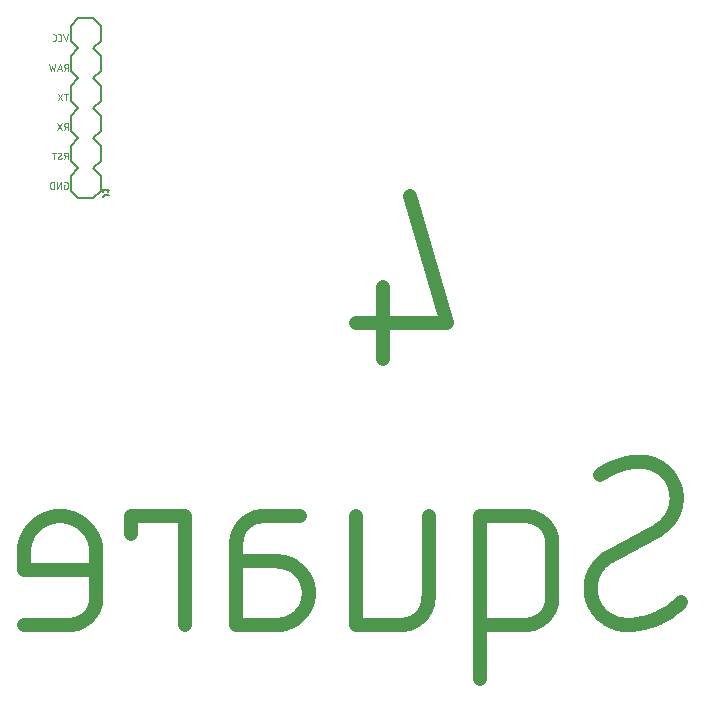
<source format=gbr>
G04 EAGLE Gerber X2 export*
%TF.Part,Single*%
%TF.FileFunction,Legend,Bot,1*%
%TF.FilePolarity,Positive*%
%TF.GenerationSoftware,Autodesk,EAGLE,9.1.2*%
%TF.CreationDate,2018-09-23T16:06:25Z*%
G75*
%MOMM*%
%FSLAX34Y34*%
%LPD*%
%AMOC8*
5,1,8,0,0,1.08239X$1,22.5*%
G01*
%ADD10C,0.050800*%
%ADD11C,1.193800*%
%ADD12C,0.203200*%
%ADD13C,0.127000*%


D10*
X272573Y608358D02*
X271642Y608358D01*
X271642Y605254D01*
X273504Y605254D01*
X273574Y605256D01*
X273643Y605262D01*
X273712Y605272D01*
X273780Y605285D01*
X273848Y605303D01*
X273914Y605324D01*
X273979Y605349D01*
X274043Y605377D01*
X274105Y605409D01*
X274165Y605444D01*
X274223Y605483D01*
X274278Y605525D01*
X274332Y605570D01*
X274382Y605618D01*
X274430Y605668D01*
X274475Y605722D01*
X274517Y605777D01*
X274556Y605835D01*
X274591Y605895D01*
X274623Y605957D01*
X274651Y606021D01*
X274676Y606086D01*
X274697Y606152D01*
X274715Y606220D01*
X274728Y606288D01*
X274738Y606357D01*
X274744Y606426D01*
X274746Y606496D01*
X274746Y609600D01*
X274744Y609670D01*
X274738Y609739D01*
X274728Y609808D01*
X274715Y609876D01*
X274697Y609944D01*
X274676Y610010D01*
X274651Y610075D01*
X274623Y610139D01*
X274591Y610201D01*
X274556Y610261D01*
X274517Y610319D01*
X274475Y610374D01*
X274430Y610428D01*
X274382Y610478D01*
X274332Y610526D01*
X274278Y610571D01*
X274223Y610613D01*
X274165Y610652D01*
X274105Y610687D01*
X274043Y610719D01*
X273979Y610747D01*
X273914Y610772D01*
X273848Y610793D01*
X273780Y610811D01*
X273712Y610824D01*
X273643Y610834D01*
X273574Y610840D01*
X273504Y610842D01*
X271642Y610842D01*
X268894Y610842D02*
X268894Y605254D01*
X265789Y605254D02*
X268894Y610842D01*
X265789Y610842D02*
X265789Y605254D01*
X263042Y605254D02*
X263042Y610842D01*
X261490Y610842D01*
X261414Y610840D01*
X261338Y610835D01*
X261262Y610825D01*
X261187Y610812D01*
X261113Y610795D01*
X261039Y610775D01*
X260967Y610751D01*
X260896Y610724D01*
X260826Y610693D01*
X260758Y610659D01*
X260692Y610621D01*
X260628Y610580D01*
X260565Y610537D01*
X260505Y610490D01*
X260448Y610440D01*
X260393Y610387D01*
X260340Y610332D01*
X260290Y610275D01*
X260243Y610215D01*
X260200Y610152D01*
X260159Y610088D01*
X260121Y610022D01*
X260087Y609954D01*
X260056Y609884D01*
X260029Y609813D01*
X260005Y609741D01*
X259985Y609667D01*
X259968Y609593D01*
X259955Y609518D01*
X259945Y609442D01*
X259940Y609366D01*
X259938Y609290D01*
X259937Y609290D02*
X259937Y606806D01*
X259938Y606806D02*
X259940Y606730D01*
X259945Y606654D01*
X259955Y606578D01*
X259968Y606503D01*
X259985Y606429D01*
X260005Y606355D01*
X260029Y606283D01*
X260056Y606212D01*
X260087Y606142D01*
X260121Y606074D01*
X260159Y606008D01*
X260200Y605944D01*
X260243Y605881D01*
X260290Y605821D01*
X260340Y605764D01*
X260393Y605709D01*
X260448Y605656D01*
X260505Y605606D01*
X260565Y605559D01*
X260628Y605516D01*
X260692Y605475D01*
X260758Y605437D01*
X260826Y605403D01*
X260896Y605372D01*
X260967Y605345D01*
X261039Y605321D01*
X261113Y605301D01*
X261187Y605284D01*
X261262Y605271D01*
X261338Y605261D01*
X261414Y605256D01*
X261490Y605254D01*
X263042Y605254D01*
X274746Y630254D02*
X274746Y635842D01*
X273194Y635842D01*
X273117Y635840D01*
X273039Y635834D01*
X272963Y635825D01*
X272886Y635811D01*
X272811Y635794D01*
X272737Y635773D01*
X272663Y635748D01*
X272591Y635720D01*
X272521Y635688D01*
X272452Y635653D01*
X272385Y635614D01*
X272320Y635572D01*
X272257Y635527D01*
X272196Y635479D01*
X272138Y635428D01*
X272083Y635374D01*
X272030Y635317D01*
X271981Y635258D01*
X271934Y635196D01*
X271890Y635132D01*
X271850Y635066D01*
X271813Y634998D01*
X271779Y634928D01*
X271749Y634857D01*
X271723Y634784D01*
X271700Y634710D01*
X271681Y634635D01*
X271666Y634560D01*
X271654Y634483D01*
X271646Y634406D01*
X271642Y634329D01*
X271642Y634251D01*
X271646Y634174D01*
X271654Y634097D01*
X271666Y634020D01*
X271681Y633945D01*
X271700Y633870D01*
X271723Y633796D01*
X271749Y633723D01*
X271779Y633652D01*
X271813Y633582D01*
X271850Y633514D01*
X271890Y633448D01*
X271934Y633384D01*
X271981Y633322D01*
X272030Y633263D01*
X272083Y633206D01*
X272138Y633152D01*
X272196Y633101D01*
X272257Y633053D01*
X272320Y633008D01*
X272385Y632966D01*
X272452Y632927D01*
X272521Y632892D01*
X272591Y632860D01*
X272663Y632832D01*
X272737Y632807D01*
X272811Y632786D01*
X272886Y632769D01*
X272963Y632755D01*
X273039Y632746D01*
X273117Y632740D01*
X273194Y632738D01*
X274746Y632738D01*
X272883Y632738D02*
X271642Y630254D01*
X267616Y630254D02*
X267546Y630256D01*
X267477Y630262D01*
X267408Y630272D01*
X267340Y630285D01*
X267272Y630303D01*
X267206Y630324D01*
X267141Y630349D01*
X267077Y630377D01*
X267015Y630409D01*
X266955Y630444D01*
X266897Y630483D01*
X266842Y630525D01*
X266788Y630570D01*
X266738Y630618D01*
X266690Y630668D01*
X266645Y630722D01*
X266603Y630777D01*
X266564Y630835D01*
X266529Y630895D01*
X266497Y630957D01*
X266469Y631021D01*
X266444Y631086D01*
X266423Y631152D01*
X266405Y631220D01*
X266392Y631288D01*
X266382Y631357D01*
X266376Y631426D01*
X266374Y631496D01*
X267616Y630254D02*
X267715Y630256D01*
X267813Y630261D01*
X267911Y630271D01*
X268009Y630284D01*
X268106Y630300D01*
X268203Y630320D01*
X268298Y630344D01*
X268393Y630372D01*
X268487Y630403D01*
X268579Y630437D01*
X268670Y630475D01*
X268760Y630516D01*
X268848Y630561D01*
X268934Y630609D01*
X269018Y630660D01*
X269100Y630714D01*
X269181Y630772D01*
X269259Y630832D01*
X269334Y630895D01*
X269408Y630961D01*
X269478Y631030D01*
X269324Y634600D02*
X269322Y634670D01*
X269316Y634739D01*
X269306Y634808D01*
X269293Y634876D01*
X269275Y634944D01*
X269254Y635010D01*
X269229Y635075D01*
X269201Y635139D01*
X269169Y635201D01*
X269134Y635261D01*
X269095Y635319D01*
X269053Y635374D01*
X269008Y635428D01*
X268960Y635478D01*
X268910Y635526D01*
X268856Y635571D01*
X268801Y635613D01*
X268743Y635652D01*
X268683Y635687D01*
X268621Y635719D01*
X268557Y635747D01*
X268492Y635772D01*
X268426Y635793D01*
X268358Y635811D01*
X268290Y635824D01*
X268221Y635834D01*
X268152Y635840D01*
X268082Y635842D01*
X267988Y635840D01*
X267895Y635834D01*
X267802Y635825D01*
X267709Y635812D01*
X267617Y635795D01*
X267526Y635775D01*
X267435Y635750D01*
X267346Y635723D01*
X267258Y635691D01*
X267171Y635656D01*
X267085Y635618D01*
X267002Y635576D01*
X266919Y635531D01*
X266839Y635483D01*
X266761Y635431D01*
X266685Y635376D01*
X268702Y633514D02*
X268761Y633550D01*
X268817Y633590D01*
X268871Y633633D01*
X268923Y633678D01*
X268972Y633727D01*
X269018Y633778D01*
X269061Y633831D01*
X269102Y633887D01*
X269139Y633945D01*
X269174Y634005D01*
X269204Y634066D01*
X269232Y634129D01*
X269256Y634194D01*
X269276Y634260D01*
X269293Y634327D01*
X269306Y634394D01*
X269315Y634462D01*
X269321Y634531D01*
X269323Y634600D01*
X266995Y632582D02*
X266936Y632546D01*
X266880Y632506D01*
X266826Y632463D01*
X266774Y632418D01*
X266725Y632369D01*
X266679Y632318D01*
X266636Y632265D01*
X266595Y632209D01*
X266558Y632151D01*
X266523Y632092D01*
X266493Y632030D01*
X266465Y631967D01*
X266441Y631902D01*
X266421Y631836D01*
X266404Y631769D01*
X266391Y631702D01*
X266382Y631634D01*
X266376Y631565D01*
X266374Y631496D01*
X266995Y632582D02*
X268703Y633514D01*
X262989Y635842D02*
X262989Y630254D01*
X264541Y635842D02*
X261436Y635842D01*
X274746Y655254D02*
X274746Y660842D01*
X273194Y660842D01*
X273117Y660840D01*
X273039Y660834D01*
X272963Y660825D01*
X272886Y660811D01*
X272811Y660794D01*
X272737Y660773D01*
X272663Y660748D01*
X272591Y660720D01*
X272521Y660688D01*
X272452Y660653D01*
X272385Y660614D01*
X272320Y660572D01*
X272257Y660527D01*
X272196Y660479D01*
X272138Y660428D01*
X272083Y660374D01*
X272030Y660317D01*
X271981Y660258D01*
X271934Y660196D01*
X271890Y660132D01*
X271850Y660066D01*
X271813Y659998D01*
X271779Y659928D01*
X271749Y659857D01*
X271723Y659784D01*
X271700Y659710D01*
X271681Y659635D01*
X271666Y659560D01*
X271654Y659483D01*
X271646Y659406D01*
X271642Y659329D01*
X271642Y659251D01*
X271646Y659174D01*
X271654Y659097D01*
X271666Y659020D01*
X271681Y658945D01*
X271700Y658870D01*
X271723Y658796D01*
X271749Y658723D01*
X271779Y658652D01*
X271813Y658582D01*
X271850Y658514D01*
X271890Y658448D01*
X271934Y658384D01*
X271981Y658322D01*
X272030Y658263D01*
X272083Y658206D01*
X272138Y658152D01*
X272196Y658101D01*
X272257Y658053D01*
X272320Y658008D01*
X272385Y657966D01*
X272452Y657927D01*
X272521Y657892D01*
X272591Y657860D01*
X272663Y657832D01*
X272737Y657807D01*
X272811Y657786D01*
X272886Y657769D01*
X272963Y657755D01*
X273039Y657746D01*
X273117Y657740D01*
X273194Y657738D01*
X274746Y657738D01*
X272883Y657738D02*
X271642Y655254D01*
X269606Y655254D02*
X265881Y660842D01*
X269606Y660842D02*
X265881Y655254D01*
X273194Y680254D02*
X273194Y685842D01*
X274746Y685842D02*
X271642Y685842D01*
X266211Y685842D02*
X269936Y680254D01*
X266211Y680254D02*
X269936Y685842D01*
X274746Y705254D02*
X274746Y710842D01*
X273194Y710842D01*
X273117Y710840D01*
X273039Y710834D01*
X272963Y710825D01*
X272886Y710811D01*
X272811Y710794D01*
X272737Y710773D01*
X272663Y710748D01*
X272591Y710720D01*
X272521Y710688D01*
X272452Y710653D01*
X272385Y710614D01*
X272320Y710572D01*
X272257Y710527D01*
X272196Y710479D01*
X272138Y710428D01*
X272083Y710374D01*
X272030Y710317D01*
X271981Y710258D01*
X271934Y710196D01*
X271890Y710132D01*
X271850Y710066D01*
X271813Y709998D01*
X271779Y709928D01*
X271749Y709857D01*
X271723Y709784D01*
X271700Y709710D01*
X271681Y709635D01*
X271666Y709560D01*
X271654Y709483D01*
X271646Y709406D01*
X271642Y709329D01*
X271642Y709251D01*
X271646Y709174D01*
X271654Y709097D01*
X271666Y709020D01*
X271681Y708945D01*
X271700Y708870D01*
X271723Y708796D01*
X271749Y708723D01*
X271779Y708652D01*
X271813Y708582D01*
X271850Y708514D01*
X271890Y708448D01*
X271934Y708384D01*
X271981Y708322D01*
X272030Y708263D01*
X272083Y708206D01*
X272138Y708152D01*
X272196Y708101D01*
X272257Y708053D01*
X272320Y708008D01*
X272385Y707966D01*
X272452Y707927D01*
X272521Y707892D01*
X272591Y707860D01*
X272663Y707832D01*
X272737Y707807D01*
X272811Y707786D01*
X272886Y707769D01*
X272963Y707755D01*
X273039Y707746D01*
X273117Y707740D01*
X273194Y707738D01*
X274746Y707738D01*
X272883Y707738D02*
X271642Y705254D01*
X269606Y705254D02*
X267744Y710842D01*
X265881Y705254D01*
X266347Y706651D02*
X269141Y706651D01*
X262767Y705254D02*
X264009Y710842D01*
X261526Y708979D02*
X262767Y705254D01*
X260284Y705254D02*
X261526Y708979D01*
X259042Y710842D02*
X260284Y705254D01*
X272883Y730254D02*
X274746Y735842D01*
X271021Y735842D02*
X272883Y730254D01*
X267724Y730254D02*
X266482Y730254D01*
X267724Y730254D02*
X267794Y730256D01*
X267863Y730262D01*
X267932Y730272D01*
X268000Y730285D01*
X268068Y730303D01*
X268134Y730324D01*
X268199Y730349D01*
X268263Y730377D01*
X268325Y730409D01*
X268385Y730444D01*
X268443Y730483D01*
X268498Y730525D01*
X268552Y730570D01*
X268602Y730618D01*
X268650Y730668D01*
X268695Y730722D01*
X268737Y730777D01*
X268776Y730835D01*
X268811Y730895D01*
X268843Y730957D01*
X268871Y731021D01*
X268896Y731086D01*
X268917Y731152D01*
X268935Y731220D01*
X268948Y731288D01*
X268958Y731357D01*
X268964Y731426D01*
X268966Y731496D01*
X268965Y731496D02*
X268965Y734600D01*
X268966Y734600D02*
X268964Y734670D01*
X268958Y734739D01*
X268948Y734808D01*
X268935Y734876D01*
X268917Y734944D01*
X268896Y735010D01*
X268871Y735075D01*
X268843Y735139D01*
X268811Y735201D01*
X268776Y735261D01*
X268737Y735319D01*
X268695Y735374D01*
X268650Y735428D01*
X268602Y735478D01*
X268552Y735526D01*
X268498Y735571D01*
X268443Y735613D01*
X268385Y735652D01*
X268325Y735687D01*
X268263Y735719D01*
X268199Y735747D01*
X268134Y735772D01*
X268068Y735793D01*
X268000Y735811D01*
X267932Y735824D01*
X267863Y735834D01*
X267794Y735840D01*
X267724Y735842D01*
X266482Y735842D01*
X263152Y730254D02*
X261910Y730254D01*
X263152Y730254D02*
X263222Y730256D01*
X263291Y730262D01*
X263360Y730272D01*
X263428Y730285D01*
X263496Y730303D01*
X263562Y730324D01*
X263627Y730349D01*
X263691Y730377D01*
X263753Y730409D01*
X263813Y730444D01*
X263871Y730483D01*
X263926Y730525D01*
X263980Y730570D01*
X264030Y730618D01*
X264078Y730668D01*
X264123Y730722D01*
X264165Y730777D01*
X264204Y730835D01*
X264239Y730895D01*
X264271Y730957D01*
X264299Y731021D01*
X264324Y731086D01*
X264345Y731152D01*
X264363Y731220D01*
X264376Y731288D01*
X264386Y731357D01*
X264392Y731426D01*
X264394Y731496D01*
X264394Y734600D01*
X264392Y734670D01*
X264386Y734739D01*
X264376Y734808D01*
X264363Y734876D01*
X264345Y734944D01*
X264324Y735010D01*
X264299Y735075D01*
X264271Y735139D01*
X264239Y735201D01*
X264204Y735261D01*
X264165Y735319D01*
X264123Y735374D01*
X264078Y735428D01*
X264030Y735478D01*
X263980Y735526D01*
X263926Y735571D01*
X263871Y735613D01*
X263813Y735652D01*
X263753Y735687D01*
X263691Y735719D01*
X263627Y735747D01*
X263562Y735772D01*
X263496Y735793D01*
X263428Y735811D01*
X263360Y735824D01*
X263291Y735834D01*
X263222Y735840D01*
X263152Y735842D01*
X261910Y735842D01*
D11*
X564771Y599031D02*
X595451Y491649D01*
X518750Y491649D01*
X541760Y522330D02*
X541760Y460969D01*
X717330Y266649D02*
X717339Y265908D01*
X717366Y265167D01*
X717411Y264427D01*
X717473Y263688D01*
X717554Y262951D01*
X717652Y262216D01*
X717768Y261484D01*
X717902Y260755D01*
X718053Y260029D01*
X718222Y259307D01*
X718408Y258589D01*
X718611Y257876D01*
X718832Y257168D01*
X719069Y256466D01*
X719324Y255770D01*
X719595Y255080D01*
X719883Y254396D01*
X720187Y253720D01*
X720508Y253052D01*
X720844Y252391D01*
X721197Y251739D01*
X721565Y251095D01*
X721948Y250461D01*
X722347Y249836D01*
X722761Y249221D01*
X723189Y248616D01*
X723632Y248021D01*
X724090Y247438D01*
X724561Y246865D01*
X725046Y246304D01*
X725544Y245755D01*
X726055Y245219D01*
X726580Y244694D01*
X727116Y244183D01*
X727665Y243685D01*
X728226Y243200D01*
X728799Y242729D01*
X729382Y242271D01*
X729977Y241828D01*
X730582Y241400D01*
X731197Y240986D01*
X731822Y240587D01*
X732456Y240204D01*
X733100Y239836D01*
X733752Y239483D01*
X734413Y239147D01*
X735081Y238826D01*
X735757Y238522D01*
X736441Y238234D01*
X737131Y237963D01*
X737827Y237708D01*
X738529Y237471D01*
X739237Y237250D01*
X739950Y237047D01*
X740668Y236861D01*
X741390Y236692D01*
X742116Y236541D01*
X742845Y236407D01*
X743577Y236291D01*
X744312Y236193D01*
X745049Y236112D01*
X745788Y236050D01*
X746528Y236005D01*
X747269Y235978D01*
X748010Y235969D01*
X749561Y235988D01*
X751110Y236043D01*
X752658Y236136D01*
X754203Y236266D01*
X755745Y236432D01*
X757283Y236636D01*
X758814Y236876D01*
X760340Y237153D01*
X761859Y237466D01*
X763370Y237815D01*
X764872Y238201D01*
X766364Y238622D01*
X767846Y239079D01*
X769317Y239571D01*
X770775Y240099D01*
X772220Y240661D01*
X773652Y241257D01*
X775068Y241888D01*
X776470Y242552D01*
X777855Y243249D01*
X779222Y243980D01*
X780572Y244743D01*
X781904Y245538D01*
X783216Y246365D01*
X784508Y247222D01*
X785778Y248111D01*
X787028Y249030D01*
X788255Y249978D01*
X789459Y250955D01*
X790639Y251961D01*
X791795Y252995D01*
X792925Y254056D01*
X794030Y255144D01*
X790196Y343351D02*
X790187Y344092D01*
X790160Y344833D01*
X790115Y345573D01*
X790053Y346312D01*
X789972Y347049D01*
X789874Y347784D01*
X789758Y348516D01*
X789624Y349245D01*
X789473Y349971D01*
X789304Y350693D01*
X789118Y351411D01*
X788915Y352124D01*
X788694Y352832D01*
X788457Y353534D01*
X788202Y354230D01*
X787931Y354920D01*
X787643Y355604D01*
X787339Y356280D01*
X787018Y356948D01*
X786682Y357609D01*
X786329Y358261D01*
X785961Y358905D01*
X785578Y359539D01*
X785179Y360164D01*
X784765Y360779D01*
X784337Y361384D01*
X783894Y361979D01*
X783436Y362562D01*
X782965Y363135D01*
X782480Y363696D01*
X781982Y364245D01*
X781471Y364781D01*
X780946Y365306D01*
X780410Y365817D01*
X779861Y366315D01*
X779300Y366800D01*
X778727Y367271D01*
X778144Y367729D01*
X777549Y368172D01*
X776944Y368600D01*
X776329Y369014D01*
X775704Y369413D01*
X775070Y369796D01*
X774426Y370164D01*
X773774Y370517D01*
X773113Y370853D01*
X772445Y371174D01*
X771769Y371478D01*
X771085Y371766D01*
X770395Y372037D01*
X769699Y372292D01*
X768997Y372529D01*
X768289Y372750D01*
X767576Y372953D01*
X766858Y373139D01*
X766136Y373308D01*
X765410Y373459D01*
X764681Y373593D01*
X763949Y373709D01*
X763214Y373807D01*
X762477Y373888D01*
X761738Y373950D01*
X760998Y373995D01*
X760257Y374022D01*
X759516Y374031D01*
X758145Y374015D01*
X756775Y373966D01*
X755406Y373884D01*
X754040Y373770D01*
X752677Y373623D01*
X751318Y373444D01*
X749963Y373232D01*
X748614Y372989D01*
X747271Y372713D01*
X745935Y372405D01*
X744607Y372065D01*
X743287Y371694D01*
X741976Y371292D01*
X740676Y370858D01*
X739386Y370394D01*
X738107Y369899D01*
X736841Y369373D01*
X735587Y368818D01*
X734347Y368233D01*
X733122Y367618D01*
X731911Y366975D01*
X730716Y366303D01*
X729538Y365602D01*
X728376Y364874D01*
X727232Y364118D01*
X726107Y363335D01*
X725000Y362526D01*
X774856Y316505D02*
X775499Y316895D01*
X776133Y317300D01*
X776757Y317721D01*
X777371Y318156D01*
X777974Y318606D01*
X778566Y319071D01*
X779146Y319549D01*
X779715Y320042D01*
X780272Y320548D01*
X780816Y321067D01*
X781348Y321599D01*
X781866Y322145D01*
X782372Y322702D01*
X782864Y323271D01*
X783341Y323853D01*
X783805Y324445D01*
X784254Y325049D01*
X784689Y325663D01*
X785109Y326287D01*
X785513Y326922D01*
X785902Y327566D01*
X786275Y328219D01*
X786633Y328881D01*
X786974Y329552D01*
X787299Y330230D01*
X787607Y330916D01*
X787899Y331610D01*
X788174Y332310D01*
X788432Y333017D01*
X788673Y333730D01*
X788897Y334448D01*
X789103Y335172D01*
X789292Y335900D01*
X789463Y336633D01*
X789616Y337369D01*
X789752Y338109D01*
X789870Y338852D01*
X789969Y339598D01*
X790051Y340346D01*
X790114Y341096D01*
X790160Y341847D01*
X790187Y342599D01*
X790196Y343351D01*
X732670Y293495D02*
X732027Y293105D01*
X731393Y292700D01*
X730769Y292279D01*
X730155Y291844D01*
X729552Y291394D01*
X728960Y290929D01*
X728380Y290451D01*
X727811Y289958D01*
X727254Y289452D01*
X726710Y288933D01*
X726178Y288401D01*
X725660Y287855D01*
X725154Y287298D01*
X724662Y286729D01*
X724185Y286147D01*
X723721Y285555D01*
X723272Y284951D01*
X722837Y284337D01*
X722418Y283713D01*
X722013Y283078D01*
X721624Y282434D01*
X721251Y281781D01*
X720893Y281119D01*
X720552Y280448D01*
X720227Y279770D01*
X719919Y279084D01*
X719627Y278390D01*
X719352Y277690D01*
X719094Y276983D01*
X718853Y276270D01*
X718629Y275552D01*
X718423Y274828D01*
X718234Y274100D01*
X718063Y273367D01*
X717910Y272631D01*
X717774Y271891D01*
X717656Y271148D01*
X717557Y270402D01*
X717475Y269654D01*
X717412Y268904D01*
X717366Y268153D01*
X717339Y267401D01*
X717330Y266649D01*
X732670Y293495D02*
X774856Y316505D01*
X623653Y328010D02*
X623653Y189948D01*
X623653Y328010D02*
X662003Y328010D01*
X662559Y328003D01*
X663115Y327983D01*
X663670Y327950D01*
X664224Y327903D01*
X664777Y327842D01*
X665328Y327769D01*
X665877Y327682D01*
X666424Y327581D01*
X666968Y327468D01*
X667510Y327341D01*
X668048Y327202D01*
X668583Y327049D01*
X669113Y326884D01*
X669640Y326706D01*
X670162Y326515D01*
X670680Y326311D01*
X671192Y326095D01*
X671699Y325867D01*
X672201Y325627D01*
X672696Y325374D01*
X673185Y325110D01*
X673668Y324834D01*
X674144Y324546D01*
X674613Y324247D01*
X675074Y323937D01*
X675528Y323615D01*
X675974Y323283D01*
X676412Y322940D01*
X676841Y322587D01*
X677261Y322223D01*
X677673Y321850D01*
X678076Y321466D01*
X678469Y321073D01*
X678853Y320670D01*
X679226Y320258D01*
X679590Y319838D01*
X679943Y319409D01*
X680286Y318971D01*
X680618Y318525D01*
X680940Y318071D01*
X681250Y317610D01*
X681549Y317141D01*
X681837Y316665D01*
X682113Y316182D01*
X682377Y315693D01*
X682630Y315198D01*
X682870Y314696D01*
X683098Y314189D01*
X683314Y313677D01*
X683518Y313159D01*
X683709Y312637D01*
X683887Y312110D01*
X684052Y311580D01*
X684205Y311045D01*
X684344Y310507D01*
X684471Y309965D01*
X684584Y309421D01*
X684685Y308874D01*
X684772Y308325D01*
X684845Y307774D01*
X684906Y307221D01*
X684953Y306667D01*
X684986Y306112D01*
X685006Y305556D01*
X685013Y305000D01*
X685014Y305000D02*
X685014Y258979D01*
X685013Y258979D02*
X685006Y258423D01*
X684986Y257867D01*
X684953Y257312D01*
X684906Y256758D01*
X684845Y256205D01*
X684772Y255654D01*
X684685Y255105D01*
X684584Y254558D01*
X684471Y254014D01*
X684344Y253472D01*
X684205Y252934D01*
X684052Y252399D01*
X683887Y251869D01*
X683709Y251342D01*
X683518Y250820D01*
X683314Y250302D01*
X683098Y249790D01*
X682870Y249283D01*
X682630Y248781D01*
X682377Y248286D01*
X682113Y247797D01*
X681837Y247314D01*
X681549Y246838D01*
X681250Y246369D01*
X680940Y245908D01*
X680618Y245454D01*
X680286Y245008D01*
X679943Y244570D01*
X679590Y244141D01*
X679226Y243721D01*
X678853Y243309D01*
X678469Y242906D01*
X678076Y242513D01*
X677673Y242129D01*
X677261Y241756D01*
X676841Y241392D01*
X676412Y241039D01*
X675974Y240696D01*
X675528Y240364D01*
X675074Y240042D01*
X674613Y239732D01*
X674144Y239433D01*
X673668Y239145D01*
X673185Y238869D01*
X672696Y238605D01*
X672201Y238352D01*
X671699Y238112D01*
X671192Y237884D01*
X670680Y237668D01*
X670162Y237464D01*
X669640Y237273D01*
X669113Y237095D01*
X668583Y236930D01*
X668048Y236777D01*
X667510Y236638D01*
X666968Y236511D01*
X666424Y236398D01*
X665877Y236297D01*
X665328Y236210D01*
X664777Y236137D01*
X664224Y236076D01*
X663670Y236029D01*
X663115Y235996D01*
X662559Y235976D01*
X662003Y235969D01*
X623653Y235969D01*
X580111Y258979D02*
X580111Y328010D01*
X580111Y258979D02*
X580104Y258423D01*
X580084Y257867D01*
X580051Y257312D01*
X580004Y256758D01*
X579943Y256205D01*
X579870Y255654D01*
X579783Y255105D01*
X579682Y254558D01*
X579569Y254014D01*
X579442Y253472D01*
X579303Y252934D01*
X579150Y252399D01*
X578985Y251869D01*
X578807Y251342D01*
X578616Y250820D01*
X578412Y250302D01*
X578196Y249790D01*
X577968Y249283D01*
X577728Y248781D01*
X577475Y248286D01*
X577211Y247797D01*
X576935Y247314D01*
X576647Y246838D01*
X576348Y246369D01*
X576038Y245908D01*
X575716Y245454D01*
X575384Y245008D01*
X575041Y244570D01*
X574688Y244141D01*
X574324Y243721D01*
X573951Y243309D01*
X573567Y242906D01*
X573174Y242513D01*
X572771Y242129D01*
X572359Y241756D01*
X571939Y241392D01*
X571510Y241039D01*
X571072Y240696D01*
X570626Y240364D01*
X570172Y240042D01*
X569711Y239732D01*
X569242Y239433D01*
X568766Y239145D01*
X568283Y238869D01*
X567794Y238605D01*
X567299Y238352D01*
X566797Y238112D01*
X566290Y237884D01*
X565778Y237668D01*
X565260Y237464D01*
X564738Y237273D01*
X564211Y237095D01*
X563681Y236930D01*
X563146Y236777D01*
X562608Y236638D01*
X562066Y236511D01*
X561522Y236398D01*
X560975Y236297D01*
X560426Y236210D01*
X559875Y236137D01*
X559322Y236076D01*
X558768Y236029D01*
X558213Y235996D01*
X557657Y235976D01*
X557101Y235969D01*
X518750Y235969D01*
X518750Y328010D01*
X451918Y289660D02*
X417403Y289660D01*
X451918Y289659D02*
X452572Y289651D01*
X453225Y289627D01*
X453878Y289587D01*
X454529Y289532D01*
X455179Y289460D01*
X455827Y289373D01*
X456472Y289270D01*
X457115Y289151D01*
X457755Y289017D01*
X458391Y288867D01*
X459024Y288701D01*
X459652Y288521D01*
X460276Y288325D01*
X460894Y288114D01*
X461508Y287888D01*
X462116Y287647D01*
X462717Y287391D01*
X463313Y287121D01*
X463901Y286836D01*
X464482Y286537D01*
X465056Y286224D01*
X465623Y285897D01*
X466181Y285557D01*
X466730Y285203D01*
X467271Y284835D01*
X467803Y284455D01*
X468325Y284062D01*
X468837Y283656D01*
X469340Y283238D01*
X469832Y282807D01*
X470314Y282365D01*
X470784Y281911D01*
X471244Y281446D01*
X471692Y280970D01*
X472128Y280483D01*
X472552Y279986D01*
X472964Y279478D01*
X473364Y278961D01*
X473751Y278434D01*
X474125Y277898D01*
X474485Y277352D01*
X474833Y276799D01*
X475166Y276237D01*
X475486Y275666D01*
X475792Y275089D01*
X476084Y274504D01*
X476362Y273912D01*
X476625Y273313D01*
X476873Y272708D01*
X477107Y272098D01*
X477325Y271482D01*
X477529Y270860D01*
X477717Y270234D01*
X477890Y269604D01*
X478048Y268970D01*
X478190Y268331D01*
X478316Y267690D01*
X478427Y267046D01*
X478523Y266399D01*
X478602Y265750D01*
X478666Y265099D01*
X478713Y264447D01*
X478745Y263794D01*
X478761Y263141D01*
X478761Y262487D01*
X478745Y261834D01*
X478713Y261181D01*
X478666Y260529D01*
X478602Y259878D01*
X478523Y259229D01*
X478427Y258582D01*
X478316Y257938D01*
X478190Y257297D01*
X478048Y256658D01*
X477890Y256024D01*
X477717Y255394D01*
X477529Y254768D01*
X477325Y254146D01*
X477107Y253530D01*
X476873Y252920D01*
X476625Y252315D01*
X476362Y251716D01*
X476084Y251124D01*
X475792Y250539D01*
X475486Y249962D01*
X475166Y249392D01*
X474833Y248829D01*
X474485Y248276D01*
X474125Y247730D01*
X473751Y247194D01*
X473364Y246667D01*
X472964Y246150D01*
X472552Y245642D01*
X472128Y245145D01*
X471692Y244658D01*
X471244Y244182D01*
X470784Y243717D01*
X470314Y243263D01*
X469832Y242821D01*
X469340Y242390D01*
X468837Y241972D01*
X468325Y241566D01*
X467803Y241173D01*
X467271Y240793D01*
X466730Y240425D01*
X466181Y240071D01*
X465623Y239731D01*
X465056Y239404D01*
X464482Y239091D01*
X463901Y238792D01*
X463313Y238507D01*
X462717Y238237D01*
X462116Y237981D01*
X461508Y237740D01*
X460894Y237514D01*
X460276Y237303D01*
X459652Y237107D01*
X459024Y236927D01*
X458391Y236761D01*
X457755Y236611D01*
X457115Y236477D01*
X456472Y236358D01*
X455827Y236255D01*
X455179Y236168D01*
X454529Y236096D01*
X453878Y236041D01*
X453225Y236001D01*
X452572Y235977D01*
X451918Y235969D01*
X417403Y235969D01*
X417403Y305000D01*
X417410Y305556D01*
X417430Y306112D01*
X417463Y306667D01*
X417510Y307221D01*
X417571Y307774D01*
X417644Y308325D01*
X417731Y308874D01*
X417832Y309421D01*
X417945Y309965D01*
X418072Y310507D01*
X418211Y311045D01*
X418364Y311580D01*
X418529Y312110D01*
X418707Y312637D01*
X418898Y313159D01*
X419102Y313677D01*
X419318Y314189D01*
X419546Y314696D01*
X419786Y315198D01*
X420039Y315693D01*
X420303Y316182D01*
X420579Y316665D01*
X420867Y317141D01*
X421166Y317610D01*
X421476Y318071D01*
X421798Y318525D01*
X422130Y318971D01*
X422473Y319409D01*
X422826Y319838D01*
X423190Y320258D01*
X423564Y320670D01*
X423947Y321073D01*
X424340Y321466D01*
X424743Y321850D01*
X425155Y322223D01*
X425575Y322587D01*
X426004Y322940D01*
X426442Y323283D01*
X426888Y323615D01*
X427342Y323937D01*
X427803Y324247D01*
X428272Y324546D01*
X428748Y324834D01*
X429231Y325110D01*
X429720Y325374D01*
X430215Y325627D01*
X430717Y325867D01*
X431224Y326095D01*
X431736Y326311D01*
X432254Y326515D01*
X432776Y326706D01*
X433303Y326884D01*
X433833Y327049D01*
X434368Y327202D01*
X434906Y327341D01*
X435448Y327468D01*
X435992Y327581D01*
X436539Y327682D01*
X437088Y327769D01*
X437639Y327842D01*
X438192Y327903D01*
X438746Y327950D01*
X439301Y327983D01*
X439857Y328003D01*
X440413Y328010D01*
X471094Y328010D01*
X373997Y328010D02*
X373997Y235969D01*
X373997Y328010D02*
X327976Y328010D01*
X327976Y312670D01*
X275851Y235969D02*
X237500Y235969D01*
X275851Y235969D02*
X276407Y235976D01*
X276963Y235996D01*
X277518Y236029D01*
X278072Y236076D01*
X278625Y236137D01*
X279176Y236210D01*
X279725Y236297D01*
X280272Y236398D01*
X280816Y236511D01*
X281358Y236638D01*
X281896Y236777D01*
X282431Y236930D01*
X282961Y237095D01*
X283488Y237273D01*
X284010Y237464D01*
X284528Y237668D01*
X285040Y237884D01*
X285547Y238112D01*
X286049Y238352D01*
X286544Y238605D01*
X287033Y238869D01*
X287516Y239145D01*
X287992Y239433D01*
X288461Y239732D01*
X288922Y240042D01*
X289376Y240364D01*
X289822Y240696D01*
X290260Y241039D01*
X290689Y241392D01*
X291109Y241756D01*
X291521Y242129D01*
X291924Y242513D01*
X292317Y242906D01*
X292701Y243309D01*
X293074Y243721D01*
X293438Y244141D01*
X293791Y244570D01*
X294134Y245008D01*
X294466Y245454D01*
X294788Y245908D01*
X295098Y246369D01*
X295397Y246838D01*
X295685Y247314D01*
X295961Y247797D01*
X296225Y248286D01*
X296478Y248781D01*
X296718Y249283D01*
X296946Y249790D01*
X297162Y250302D01*
X297366Y250820D01*
X297557Y251342D01*
X297735Y251869D01*
X297900Y252399D01*
X298053Y252934D01*
X298192Y253472D01*
X298319Y254014D01*
X298432Y254558D01*
X298533Y255105D01*
X298620Y255654D01*
X298693Y256205D01*
X298754Y256758D01*
X298801Y257312D01*
X298834Y257867D01*
X298854Y258423D01*
X298861Y258979D01*
X298861Y297330D01*
X298852Y298077D01*
X298825Y298824D01*
X298779Y299569D01*
X298716Y300314D01*
X298634Y301057D01*
X298534Y301797D01*
X298416Y302535D01*
X298281Y303270D01*
X298127Y304001D01*
X297956Y304728D01*
X297767Y305451D01*
X297560Y306169D01*
X297336Y306882D01*
X297095Y307589D01*
X296837Y308290D01*
X296561Y308984D01*
X296269Y309672D01*
X295960Y310352D01*
X295635Y311025D01*
X295293Y311689D01*
X294935Y312345D01*
X294562Y312992D01*
X294173Y313630D01*
X293768Y314258D01*
X293348Y314876D01*
X292914Y315484D01*
X292464Y316081D01*
X292000Y316667D01*
X291522Y317241D01*
X291031Y317803D01*
X290525Y318354D01*
X290007Y318892D01*
X289475Y319417D01*
X288931Y319929D01*
X288375Y320427D01*
X287806Y320912D01*
X287226Y321383D01*
X286635Y321840D01*
X286032Y322282D01*
X285420Y322709D01*
X284796Y323121D01*
X284163Y323518D01*
X283521Y323900D01*
X282869Y324265D01*
X282209Y324615D01*
X281541Y324949D01*
X280864Y325266D01*
X280180Y325566D01*
X279489Y325850D01*
X278791Y326117D01*
X278087Y326367D01*
X277377Y326599D01*
X276661Y326815D01*
X275941Y327012D01*
X275216Y327193D01*
X274487Y327355D01*
X273754Y327500D01*
X273017Y327626D01*
X272278Y327735D01*
X271537Y327826D01*
X270793Y327899D01*
X270048Y327953D01*
X269301Y327990D01*
X268555Y328008D01*
X267807Y328008D01*
X267061Y327990D01*
X266314Y327953D01*
X265569Y327899D01*
X264825Y327826D01*
X264084Y327735D01*
X263345Y327626D01*
X262608Y327500D01*
X261875Y327355D01*
X261146Y327193D01*
X260421Y327012D01*
X259701Y326815D01*
X258985Y326599D01*
X258275Y326367D01*
X257571Y326117D01*
X256873Y325850D01*
X256182Y325566D01*
X255498Y325266D01*
X254821Y324949D01*
X254153Y324615D01*
X253493Y324265D01*
X252841Y323900D01*
X252199Y323518D01*
X251566Y323121D01*
X250942Y322709D01*
X250330Y322282D01*
X249727Y321840D01*
X249136Y321383D01*
X248556Y320912D01*
X247987Y320427D01*
X247431Y319929D01*
X246887Y319417D01*
X246355Y318892D01*
X245837Y318354D01*
X245331Y317803D01*
X244840Y317241D01*
X244362Y316667D01*
X243898Y316081D01*
X243448Y315484D01*
X243014Y314876D01*
X242594Y314258D01*
X242189Y313630D01*
X241800Y312992D01*
X241427Y312345D01*
X241069Y311689D01*
X240727Y311025D01*
X240402Y310352D01*
X240093Y309672D01*
X239801Y308984D01*
X239525Y308290D01*
X239267Y307589D01*
X239026Y306882D01*
X238802Y306169D01*
X238595Y305451D01*
X238406Y304728D01*
X238235Y304001D01*
X238081Y303270D01*
X237946Y302535D01*
X237828Y301797D01*
X237728Y301057D01*
X237646Y300314D01*
X237583Y299569D01*
X237537Y298824D01*
X237510Y298077D01*
X237501Y297330D01*
X237500Y297330D02*
X237500Y281990D01*
X298861Y281990D01*
D12*
X296350Y724300D02*
X302700Y730650D01*
X302700Y743350D01*
X296350Y749700D01*
X283650Y749700D02*
X277300Y743350D01*
X277300Y730650D01*
X283650Y724300D01*
X302700Y692550D02*
X302700Y679850D01*
X302700Y692550D02*
X296350Y698900D01*
X283650Y698900D02*
X277300Y692550D01*
X296350Y698900D02*
X302700Y705250D01*
X302700Y717950D01*
X296350Y724300D01*
X283650Y724300D02*
X277300Y717950D01*
X277300Y705250D01*
X283650Y698900D01*
X302700Y654450D02*
X296350Y648100D01*
X302700Y654450D02*
X302700Y667150D01*
X296350Y673500D01*
X283650Y673500D02*
X277300Y667150D01*
X277300Y654450D01*
X283650Y648100D01*
X296350Y673500D02*
X302700Y679850D01*
X283650Y673500D02*
X277300Y679850D01*
X277300Y692550D01*
X302700Y616350D02*
X302700Y603650D01*
X302700Y616350D02*
X296350Y622700D01*
X283650Y622700D02*
X277300Y616350D01*
X296350Y622700D02*
X302700Y629050D01*
X302700Y641750D01*
X296350Y648100D01*
X283650Y648100D02*
X277300Y641750D01*
X277300Y629050D01*
X283650Y622700D01*
X283650Y597300D02*
X296350Y597300D01*
X302700Y603650D01*
X283650Y597300D02*
X277300Y603650D01*
X277300Y616350D01*
X283650Y749700D02*
X296350Y749700D01*
D13*
X305677Y599544D02*
X309431Y599544D01*
X305677Y599543D02*
X305612Y599541D01*
X305548Y599535D01*
X305484Y599525D01*
X305420Y599512D01*
X305358Y599494D01*
X305297Y599473D01*
X305237Y599449D01*
X305179Y599420D01*
X305122Y599388D01*
X305068Y599353D01*
X305016Y599315D01*
X304966Y599273D01*
X304919Y599229D01*
X304875Y599182D01*
X304833Y599132D01*
X304795Y599080D01*
X304760Y599026D01*
X304728Y598969D01*
X304699Y598911D01*
X304675Y598851D01*
X304654Y598790D01*
X304636Y598728D01*
X304623Y598664D01*
X304613Y598600D01*
X304607Y598536D01*
X304605Y598471D01*
X304605Y597935D01*
X308359Y602492D02*
X309431Y603832D01*
X304605Y603832D01*
X304605Y602492D02*
X304605Y605173D01*
M02*

</source>
